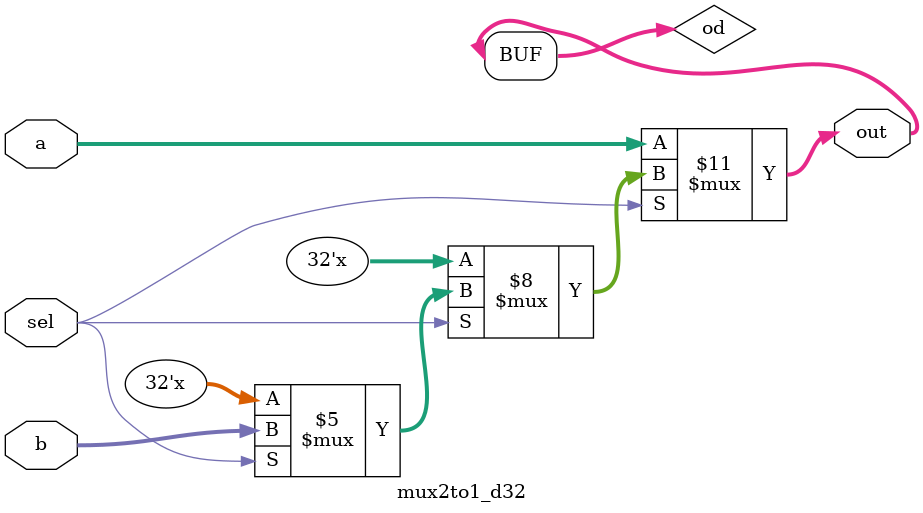
<source format=v>
`timescale 1ns / 1ps


module mux2to1_d32 #(parameter N = 32)
   (output [N-1:0]out,
   input [N-1:0 ]a,b, // ÊäÈëÊý¾Ý
   input sel // Ñ¡ÔñÎ»
    );
reg [N-1:0]od;
assign out = od;
always @(*)
begin
    if(sel == 0)
        od = a;
    else if(sel == 1)
        od = b;
    else
        od = od;
end
endmodule

</source>
